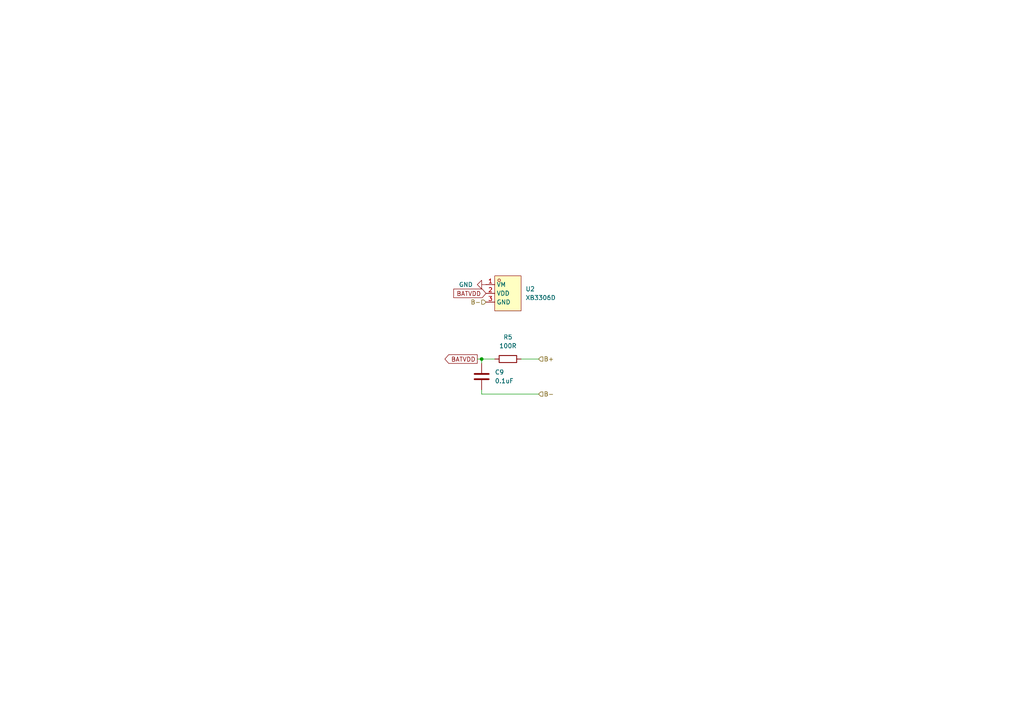
<source format=kicad_sch>
(kicad_sch (version 20231120) (generator "eeschema") (generator_version "8.0")
  (paper "A4")
  (lib_symbols
    (symbol "Device:C" (pin_numbers hide) (pin_names (offset 0.254))
      (property "Reference" "C" (at 0.635 2.54 0))
      (property "Value" "C" (at 0.635 -2.54 0))
      (symbol "C_0_1"
        (polyline (pts (xy -2.032 -0.762) (xy 2.032 -0.762)) (stroke (width 0.508)))
        (polyline (pts (xy -2.032 0.762) (xy 2.032 0.762)) (stroke (width 0.508)))
      )
      (symbol "C_1_1"
        (pin passive line (at 0 3.81 270) (length 2.794) (name "~") (number "1"))
        (pin passive line (at 0 -3.81 90) (length 2.794) (name "~") (number "2"))
      )
    )
    (symbol "Device:R" (pin_numbers hide) (pin_names (offset 0))
      (property "Reference" "R" (at 2.032 0 90))
      (property "Value" "R" (at 0 0 90))
      (symbol "R_0_1"
        (rectangle (start -1.016 -2.54) (end 1.016 2.54) (stroke (width 0.254)))
      )
      (symbol "R_1_1"
        (pin passive line (at 0 3.81 270) (length 1.27) (name "~") (number "1"))
        (pin passive line (at 0 -3.81 90) (length 1.27) (name "~") (number "2"))
      )
    )
    (symbol "lcsc:XB3306D"
      (property "Reference" "U" (at 0 7.62 0))
      (property "Value" "XB3306D" (at 0 -7.62 0))
      (symbol "XB3306D_0_1"
        (rectangle (start -3.81 5.08) (end 3.81 -5.08) (fill (type background)))
        (circle (center -2.54 3.81) (radius 0.38))
      )
      (symbol "XB3306D_1_1"
        (pin passive line (at -6.35 2.54 0) (length 2.54) (name "VM") (number "1"))
        (pin passive line (at -6.35 0 0) (length 2.54) (name "VDD") (number "2"))
        (pin passive line (at -6.35 -2.54 0) (length 2.54) (name "GND") (number "3"))
      )
    )
    (symbol "power:GND" (power) (pin_numbers hide) (pin_names (offset 0) hide)
      (property "Value" "GND" (at 0 -3.81 0))
      (symbol "GND_0_1"
        (polyline (pts (xy 0 0) (xy 0 -1.27) (xy 1.27 -1.27) (xy 0 -2.54) (xy -1.27 -1.27) (xy 0 -1.27)))
      )
      (symbol "GND_1_1"
        (pin power_in line (at 0 0 270) (length 0) (name "~") (number "1"))
      )
    )
  )
  (junction (at 139.7 104.14))
  (wire (pts (xy 139.7 113.03) (xy 139.7 114.3)))
  (wire (pts (xy 138.43 104.14) (xy 139.7 104.14)))
  (wire (pts (xy 151.13 104.14) (xy 156.21 104.14)))
  (wire (pts (xy 143.51 104.14) (xy 139.7 104.14)))
  (wire (pts (xy 139.7 114.3) (xy 156.21 114.3)))
  (wire (pts (xy 139.7 104.14) (xy 139.7 105.41)))
  (global_label "BATVDD" (shape output) (at 138.43 104.14 180) (property "Intersheetrefs" "${INTERSHEET_REFS}" (effects (hide yes))))
  (global_label "BATVDD" (shape input) (at 140.97 85.09 180) (property "Intersheetrefs" "${INTERSHEET_REFS}" (effects (hide yes))))
  (hierarchical_label "B-" (shape input) (at 156.21 114.3 0))
  (hierarchical_label "B+" (shape input) (at 156.21 104.14 0))
  (hierarchical_label "B-" (shape input) (at 140.97 87.63 180))
  (symbol (lib_id "power:GND") (at 140.97 82.55 270) (unit 1)
    (property "Reference" "#PWR030" (effects (hide yes)))
    (property "Value" "GND" (at 137.16 82.5499 90) (effects (justify right)))
    (property "Description" "Power symbol creates a global label with name \"GND\" , ground" (effects (hide yes)))
  )
  (symbol (lib_id "Device:R") (at 147.32 104.14 270) (mirror x) (unit 1)
    (property "Reference" "R5" (at 147.32 97.79 90))
    (property "Value" "100R" (at 147.32 100.33 90))
    (property "Footprint" "Resistor_SMD:R_0805_2012Metric_Pad1.20x1.40mm_HandSolder" (effects (hide yes)))
    (property "Description" "Resistor" (effects (hide yes)))
    (property "LCSC Part" "C17408" (effects (hide yes)))
  )
  (symbol (lib_id "Device:C") (at 139.7 109.22 180) (unit 1)
    (property "Reference" "C9" (at 143.51 107.9499 0) (effects (justify right)))
    (property "Value" "0.1uF" (at 143.51 110.4899 0) (effects (justify right)))
    (property "Footprint" "Capacitor_SMD:C_0402_1005Metric" (effects (hide yes)))
    (property "Description" "Unpolarized capacitor" (effects (hide yes)))
    (property "LCSC Part" "C1525" (effects (hide yes)))
  )
  (symbol (lib_id "lcsc:XB3306D") (at 147.32 85.09 0) (unit 1)
    (property "Reference" "U2" (at 152.4 83.8199 0) (effects (justify left)))
    (property "Value" "XB3306D" (at 152.4 86.3599 0) (effects (justify left)))
    (property "Footprint" "Package_TO_SOT_SMD:SOT-23-3" (effects (hide yes)))
    (property "LCSC Part" "C2759992" (effects (hide yes)))
  )
)
</source>
